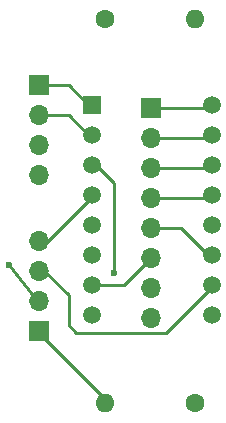
<source format=gbr>
G04 #@! TF.FileFunction,Copper,L2,Bot,Signal*
%FSLAX46Y46*%
G04 Gerber Fmt 4.6, Leading zero omitted, Abs format (unit mm)*
G04 Created by KiCad (PCBNEW 4.0.7) date Sun Feb  4 21:06:27 2018*
%MOMM*%
%LPD*%
G01*
G04 APERTURE LIST*
%ADD10C,0.100000*%
%ADD11R,1.500000X1.500000*%
%ADD12C,1.500000*%
%ADD13R,1.700000X1.700000*%
%ADD14O,1.700000X1.700000*%
%ADD15C,1.600000*%
%ADD16O,1.600000X1.600000*%
%ADD17C,0.600000*%
%ADD18C,0.250000*%
G04 APERTURE END LIST*
D10*
D11*
X141617700Y-105829100D03*
D12*
X141617700Y-108369100D03*
X141617700Y-110909100D03*
X141617700Y-113449100D03*
X141617700Y-115989100D03*
X141617700Y-118529100D03*
X141617700Y-121069100D03*
X141617700Y-123609100D03*
X151777700Y-123609100D03*
X151777700Y-121069100D03*
X151777700Y-118529100D03*
X151777700Y-115989100D03*
X151777700Y-113449100D03*
X151777700Y-110909100D03*
X151777700Y-108369100D03*
X151777700Y-105829100D03*
D13*
X146685000Y-106045000D03*
D14*
X146685000Y-108585000D03*
X146685000Y-111125000D03*
X146685000Y-113665000D03*
X146685000Y-116205000D03*
X146685000Y-118745000D03*
X146685000Y-121285000D03*
X146685000Y-123825000D03*
D13*
X137160000Y-104140000D03*
D14*
X137160000Y-106680000D03*
X137160000Y-109220000D03*
X137160000Y-111760000D03*
D13*
X137160000Y-124968000D03*
D14*
X137160000Y-122428000D03*
X137160000Y-119888000D03*
X137160000Y-117348000D03*
D15*
X150368000Y-131064000D03*
D16*
X142748000Y-131064000D03*
D15*
X142748000Y-98552000D03*
D16*
X150368000Y-98552000D03*
D17*
X143510000Y-120015000D03*
X134620000Y-119380000D03*
D18*
X151777700Y-105829100D02*
X151765000Y-106045000D01*
X151765000Y-106045000D02*
X146685000Y-106045000D01*
X146685000Y-108585000D02*
X151765000Y-108585000D01*
X151765000Y-108585000D02*
X151777700Y-108369100D01*
X146685000Y-111125000D02*
X151765000Y-111125000D01*
X151765000Y-111125000D02*
X151777700Y-110909100D01*
X146685000Y-113665000D02*
X151765000Y-113665000D01*
X151765000Y-113665000D02*
X151777700Y-113449100D01*
X151777700Y-118529100D02*
X151765000Y-118745000D01*
X151765000Y-118745000D02*
X149225000Y-116205000D01*
X149225000Y-116205000D02*
X146685000Y-116205000D01*
X141617700Y-121069100D02*
X144360900Y-121069100D01*
X144360900Y-121069100D02*
X146685000Y-118745000D01*
X141617700Y-121069100D02*
X141605000Y-121285000D01*
X141617700Y-110909100D02*
X142024100Y-110909100D01*
X142024100Y-110909100D02*
X143510000Y-112395000D01*
X143510000Y-112395000D02*
X143510000Y-120015000D01*
X141617700Y-105829100D02*
X141605000Y-106045000D01*
X141605000Y-106045000D02*
X139700000Y-104140000D01*
X139700000Y-104140000D02*
X137160000Y-104140000D01*
X141617700Y-108369100D02*
X141605000Y-108585000D01*
X141605000Y-108585000D02*
X139700000Y-106680000D01*
X139700000Y-106680000D02*
X137160000Y-106680000D01*
X137160000Y-124968000D02*
X137160000Y-125095000D01*
X137160000Y-125095000D02*
X142875000Y-130810000D01*
X142875000Y-130810000D02*
X142748000Y-131064000D01*
X151765000Y-121285000D02*
X147955000Y-125095000D01*
X151777700Y-121069100D02*
X151765000Y-121285000D01*
X139700000Y-124460000D02*
X140335000Y-125095000D01*
X139700000Y-124460000D02*
X139700000Y-121920000D01*
X147955000Y-125095000D02*
X140335000Y-125095000D01*
X139700000Y-121920000D02*
X137795000Y-120015000D01*
X137795000Y-120015000D02*
X137160000Y-120015000D01*
X137160000Y-120015000D02*
X137160000Y-119888000D01*
X141617700Y-113449100D02*
X141605000Y-113665000D01*
X141605000Y-113665000D02*
X137795000Y-117475000D01*
X137795000Y-117475000D02*
X137160000Y-117475000D01*
X137160000Y-117475000D02*
X137160000Y-117348000D01*
X137160000Y-122428000D02*
X137160000Y-122555000D01*
X137160000Y-122555000D02*
X134620000Y-119380000D01*
M02*

</source>
